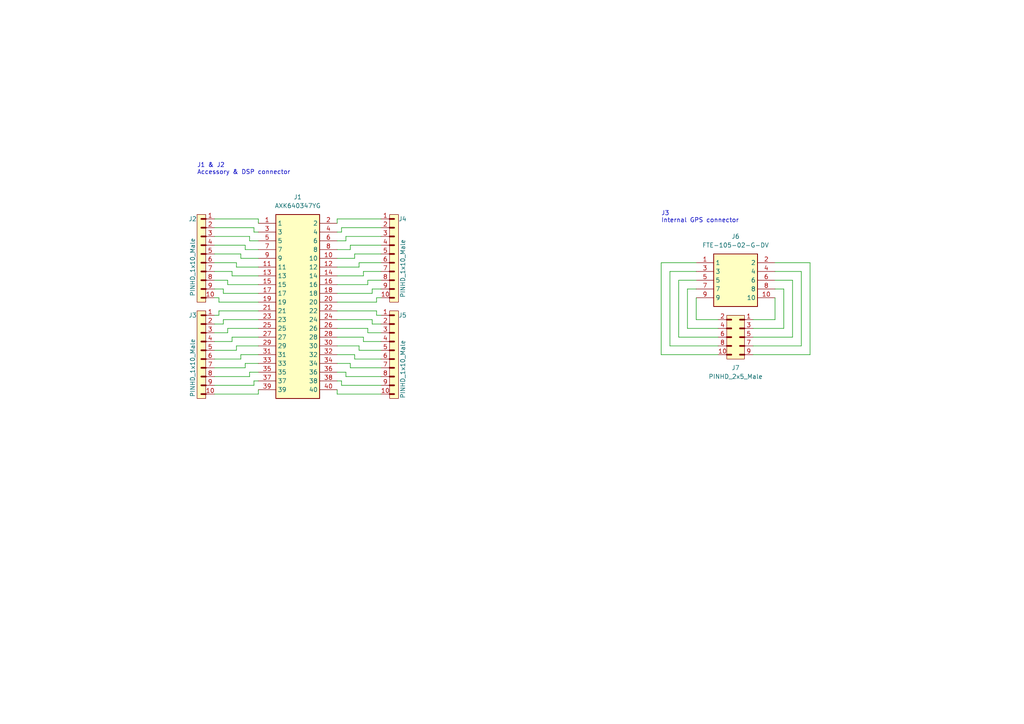
<source format=kicad_sch>
(kicad_sch (version 20230121) (generator eeschema)
  (paper "A4")
  (title_block (title "ICOM Internal connector breakouts") (date "2024-02-10") (rev "1") (company "MSF - Fred Corp."))
  (lib_symbols
    (symbol "AXK640347YG:AXK640347YG"
      (property "Reference" "J" (at 19.05 7.62 0))
      (property "Value" "AXK640347YG" (at 19.05 5.08 0))
      (symbol "AXK640347YG_1_1"
        (rectangle (start 5.08 2.54) (end 17.78 -50.8) (stroke (width 0.254)) (fill (type background)))
        (pin passive line (at 0 0 0) (length 5.08) (name "1") (number "1"))
        (pin passive line (at 22.86 -10.16 180) (length 5.08) (name "10") (number "10"))
        (pin passive line (at 0 -12.7 0) (length 5.08) (name "11") (number "11"))
        (pin passive line (at 22.86 -12.7 180) (length 5.08) (name "12") (number "12"))
        (pin passive line (at 0 -15.24 0) (length 5.08) (name "13") (number "13"))
        (pin passive line (at 22.86 -15.24 180) (length 5.08) (name "14") (number "14"))
        (pin passive line (at 0 -17.78 0) (length 5.08) (name "15") (number "15"))
        (pin passive line (at 22.86 -17.78 180) (length 5.08) (name "16") (number "16"))
        (pin passive line (at 0 -20.32 0) (length 5.08) (name "17") (number "17"))
        (pin passive line (at 22.86 -20.32 180) (length 5.08) (name "18") (number "18"))
        (pin passive line (at 0 -22.86 0) (length 5.08) (name "19") (number "19"))
        (pin passive line (at 22.86 0 180) (length 5.08) (name "2") (number "2"))
        (pin passive line (at 22.86 -22.86 180) (length 5.08) (name "20") (number "20"))
        (pin passive line (at 0 -25.4 0) (length 5.08) (name "21") (number "21"))
        (pin passive line (at 22.86 -25.4 180) (length 5.08) (name "22") (number "22"))
        (pin passive line (at 0 -27.94 0) (length 5.08) (name "23") (number "23"))
        (pin passive line (at 22.86 -27.94 180) (length 5.08) (name "24") (number "24"))
        (pin passive line (at 0 -30.48 0) (length 5.08) (name "25") (number "25"))
        (pin passive line (at 22.86 -30.48 180) (length 5.08) (name "26") (number "26"))
        (pin passive line (at 0 -33.02 0) (length 5.08) (name "27") (number "27"))
        (pin passive line (at 22.86 -33.02 180) (length 5.08) (name "28") (number "28"))
        (pin passive line (at 0 -35.56 0) (length 5.08) (name "29") (number "29"))
        (pin passive line (at 0 -2.54 0) (length 5.08) (name "3") (number "3"))
        (pin passive line (at 22.86 -35.56 180) (length 5.08) (name "30") (number "30"))
        (pin passive line (at 0 -38.1 0) (length 5.08) (name "31") (number "31"))
        (pin passive line (at 22.86 -38.1 180) (length 5.08) (name "32") (number "32"))
        (pin passive line (at 0 -40.64 0) (length 5.08) (name "33") (number "33"))
        (pin passive line (at 22.86 -40.64 180) (length 5.08) (name "34") (number "34"))
        (pin passive line (at 0 -43.18 0) (length 5.08) (name "35") (number "35"))
        (pin passive line (at 22.86 -43.18 180) (length 5.08) (name "36") (number "36"))
        (pin passive line (at 0 -45.72 0) (length 5.08) (name "37") (number "37"))
        (pin passive line (at 22.86 -45.72 180) (length 5.08) (name "38") (number "38"))
        (pin passive line (at 0 -48.26 0) (length 5.08) (name "39") (number "39"))
        (pin passive line (at 22.86 -2.54 180) (length 5.08) (name "4") (number "4"))
        (pin passive line (at 22.86 -48.26 180) (length 5.08) (name "40") (number "40"))
        (pin passive line (at 0 -5.08 0) (length 5.08) (name "5") (number "5"))
        (pin passive line (at 22.86 -5.08 180) (length 5.08) (name "6") (number "6"))
        (pin passive line (at 0 -7.62 0) (length 5.08) (name "7") (number "7"))
        (pin passive line (at 22.86 -7.62 180) (length 5.08) (name "8") (number "8"))
        (pin passive line (at 0 -10.16 0) (length 5.08) (name "9") (number "9"))
      )
    )
    (symbol "FTE-105-02-G-DV:FTE-105-02-G-DV"
      (property "Reference" "J" (at 19.05 7.62 0))
      (property "Value" "FTE-105-02-G-DV" (at 19.05 5.08 0))
      (symbol "FTE-105-02-G-DV_1_1"
        (rectangle (start 5.08 2.54) (end 17.78 -12.7) (stroke (width 0.254)) (fill (type background)))
        (pin passive line (at 0 0 0) (length 5.08) (name "1") (number "1"))
        (pin passive line (at 22.86 -10.16 180) (length 5.08) (name "10") (number "10"))
        (pin passive line (at 22.86 0 180) (length 5.08) (name "2") (number "2"))
        (pin passive line (at 0 -2.54 0) (length 5.08) (name "3") (number "3"))
        (pin passive line (at 22.86 -2.54 180) (length 5.08) (name "4") (number "4"))
        (pin passive line (at 0 -5.08 0) (length 5.08) (name "5") (number "5"))
        (pin passive line (at 22.86 -5.08 180) (length 5.08) (name "6") (number "6"))
        (pin passive line (at 0 -7.62 0) (length 5.08) (name "7") (number "7"))
        (pin passive line (at 22.86 -7.62 180) (length 5.08) (name "8") (number "8"))
        (pin passive line (at 0 -10.16 0) (length 5.08) (name "9") (number "9"))
      )
    )
    (symbol "PCM_SL_Pin_Headers:PINHD_1x10_Male"
      (property "Reference" "J" (at 0 16.51 0))
      (property "Value" "PINHD_1x10_Male" (at 0 13.97 0))
      (symbol "PINHD_1x10_Male_0_1"
        (rectangle (start -1.27 12.7) (end 1.27 -12.7) (fill (type background)))
        (polyline (pts (xy -1.27 -11.43) (xy 0 -11.43)) (stroke (width 0.3)))
        (polyline (pts (xy -1.27 -11.43) (xy 0 -11.43)) (stroke (width 0.5)))
        (polyline (pts (xy -1.27 -8.89) (xy 0 -8.89)) (stroke (width 0.3)))
        (polyline (pts (xy -1.27 -8.89) (xy 0 -8.89)) (stroke (width 0.5)))
        (polyline (pts (xy -1.27 -6.35) (xy 0 -6.35)) (stroke (width 0.3)))
        (polyline (pts (xy -1.27 -6.35) (xy 0 -6.35)) (stroke (width 0.5)))
        (polyline (pts (xy -1.27 -3.81) (xy 0 -3.81)) (stroke (width 0.3)))
        (polyline (pts (xy -1.27 -3.81) (xy 0 -3.81)) (stroke (width 0.5)))
        (polyline (pts (xy -1.27 -1.27) (xy 0 -1.27)) (stroke (width 0.3)))
        (polyline (pts (xy -1.27 -1.27) (xy 0 -1.27)) (stroke (width 0.5)))
        (polyline (pts (xy -1.27 1.27) (xy 0 1.27)) (stroke (width 0.3)))
        (polyline (pts (xy -1.27 1.27) (xy 0 1.27)) (stroke (width 0.5)))
        (polyline (pts (xy -1.27 3.81) (xy 0 3.81)) (stroke (width 0.3)))
        (polyline (pts (xy -1.27 3.81) (xy 0 3.81)) (stroke (width 0.5)))
        (polyline (pts (xy -1.27 6.35) (xy 0 6.35)) (stroke (width 0.3)))
        (polyline (pts (xy -1.27 6.35) (xy 0 6.35)) (stroke (width 0.5)))
        (polyline (pts (xy -1.27 8.89) (xy 0 8.89)) (stroke (width 0.3)))
        (polyline (pts (xy -1.27 8.89) (xy 0 8.89)) (stroke (width 0.5)))
        (polyline (pts (xy -1.27 11.43) (xy 0 11.43)) (stroke (width 0.5)))
      )
      (symbol "PINHD_1x10_Male_1_1"
        (pin passive line (at -3.81 11.43 0) (length 2.54) (name "") (number "1"))
        (pin passive line (at -3.81 -11.43 0) (length 2.54) (name "") (number "10"))
        (pin passive line (at -3.81 8.89 0) (length 2.54) (name "") (number "2"))
        (pin passive line (at -3.81 6.35 0) (length 2.54) (name "") (number "3"))
        (pin passive line (at -3.81 3.81 0) (length 2.54) (name "") (number "4"))
        (pin passive line (at -3.81 1.27 0) (length 2.54) (name "") (number "5"))
        (pin passive line (at -3.81 -1.27 0) (length 2.54) (name "") (number "6"))
        (pin passive line (at -3.81 -3.81 0) (length 2.54) (name "") (number "7"))
        (pin passive line (at -3.81 -6.35 0) (length 2.54) (name "") (number "8"))
        (pin passive line (at -3.81 -8.89 0) (length 2.54) (name "") (number "9"))
      )
    )
    (symbol "PCM_SL_Pin_Headers:PINHD_2x5_Male"
      (property "Reference" "J" (at -1.27 10.16 0))
      (property "Value" "PINHD_2x5_Male" (at -1.27 7.62 0))
      (symbol "PINHD_2x5_Male_0_1"
        (rectangle (start -2.54 6.35) (end 2.54 -6.35) (fill (type background)))
        (polyline (pts (xy -2.54 -5.08) (xy -1.27 -5.08)) (stroke (width 0.5)))
        (polyline (pts (xy -2.54 -2.54) (xy -1.27 -2.54)) (stroke (width 0.5)))
        (polyline (pts (xy -2.54 0) (xy -1.27 0)) (stroke (width 0.5)))
        (polyline (pts (xy -2.54 2.54) (xy -1.27 2.54)) (stroke (width 0.3)))
        (polyline (pts (xy -2.54 2.54) (xy -1.27 2.54)) (stroke (width 0.5)))
        (polyline (pts (xy -2.54 5.08) (xy -1.27 5.08)) (stroke (width 0.5)))
        (polyline (pts (xy 1.27 -5.08) (xy 2.54 -5.08)) (stroke (width 0.5)))
        (polyline (pts (xy 1.27 -2.54) (xy 2.54 -2.54)) (stroke (width 0.5)))
        (polyline (pts (xy 1.27 0) (xy 2.54 0)) (stroke (width 0.5)))
        (polyline (pts (xy 1.27 2.54) (xy 2.54 2.54)) (stroke (width 0.5)))
        (polyline (pts (xy 1.27 5.08) (xy 2.54 5.08)) (stroke (width 0.5)))
      )
      (symbol "PINHD_2x5_Male_1_1"
        (pin passive line (at -5.08 5.08 0) (length 2.54) (name "") (number "1"))
        (pin passive line (at 5.08 -5.08 180) (length 2.54) (name "") (number "10"))
        (pin passive line (at 5.08 5.08 180) (length 2.54) (name "") (number "2"))
        (pin passive line (at -5.08 2.54 0) (length 2.54) (name "") (number "3"))
        (pin passive line (at 5.08 2.54 180) (length 2.54) (name "") (number "4"))
        (pin passive line (at -5.08 0 0) (length 2.54) (name "") (number "5"))
        (pin passive line (at 5.08 0 180) (length 2.54) (name "") (number "6"))
        (pin passive line (at -5.08 -2.54 0) (length 2.54) (name "") (number "7"))
        (pin passive line (at 5.08 -2.54 180) (length 2.54) (name "") (number "8"))
        (pin passive line (at -5.08 -5.08 0) (length 2.54) (name "") (number "9"))
      )
    )
  )
  (wire (pts (xy 218.44 102.87) (xy 234.95 102.87)))
  (wire (pts (xy 99.06 66.04) (xy 99.06 67.31)))
  (wire (pts (xy 62.23 96.52) (xy 66.04 96.52)))
  (wire (pts (xy 64.77 85.09) (xy 74.93 85.09)))
  (wire (pts (xy 191.77 76.2) (xy 191.77 102.87)))
  (wire (pts (xy 99.06 110.49) (xy 97.79 110.49)))
  (wire (pts (xy 67.31 80.01) (xy 74.93 80.01)))
  (wire (pts (xy 106.68 82.55) (xy 97.79 82.55)))
  (wire (pts (xy 68.58 77.47) (xy 74.93 77.47)))
  (wire (pts (xy 191.77 102.87) (xy 208.28 102.87)))
  (wire (pts (xy 62.23 81.28) (xy 66.04 81.28)))
  (wire (pts (xy 62.23 104.14) (xy 69.85 104.14)))
  (wire (pts (xy 62.23 99.06) (xy 67.31 99.06)))
  (wire (pts (xy 62.23 91.44) (xy 63.5 91.44)))
  (wire (pts (xy 109.22 90.17) (xy 97.79 90.17)))
  (wire (pts (xy 71.12 105.41) (xy 74.93 105.41)))
  (wire (pts (xy 99.06 67.31) (xy 97.79 67.31)))
  (wire (pts (xy 107.95 85.09) (xy 97.79 85.09)))
  (wire (pts (xy 194.31 78.74) (xy 201.93 78.74)))
  (wire (pts (xy 199.39 83.82) (xy 199.39 95.25)))
  (wire (pts (xy 110.49 63.5) (xy 97.79 63.5)))
  (wire (pts (xy 62.23 78.74) (xy 67.31 78.74)))
  (wire (pts (xy 109.22 91.44) (xy 109.22 90.17)))
  (wire (pts (xy 224.79 76.2) (xy 234.95 76.2)))
  (wire (pts (xy 101.6 106.68) (xy 101.6 105.41)))
  (wire (pts (xy 64.77 83.82) (xy 64.77 85.09)))
  (wire (pts (xy 105.41 78.74) (xy 105.41 80.01)))
  (wire (pts (xy 201.93 92.71) (xy 208.28 92.71)))
  (wire (pts (xy 101.6 72.39) (xy 97.79 72.39)))
  (wire (pts (xy 62.23 71.12) (xy 71.12 71.12)))
  (wire (pts (xy 72.39 68.58) (xy 72.39 69.85)))
  (wire (pts (xy 102.87 74.93) (xy 97.79 74.93)))
  (wire (pts (xy 109.22 86.36) (xy 109.22 87.63)))
  (wire (pts (xy 73.66 111.76) (xy 73.66 110.49)))
  (wire (pts (xy 110.49 76.2) (xy 104.14 76.2)))
  (wire (pts (xy 72.39 69.85) (xy 74.93 69.85)))
  (wire (pts (xy 218.44 92.71) (xy 224.79 92.71)))
  (wire (pts (xy 110.49 106.68) (xy 101.6 106.68)))
  (wire (pts (xy 64.77 92.71) (xy 74.93 92.71)))
  (wire (pts (xy 232.41 100.33) (xy 232.41 78.74)))
  (wire (pts (xy 69.85 104.14) (xy 69.85 102.87)))
  (wire (pts (xy 218.44 97.79) (xy 229.87 97.79)))
  (wire (pts (xy 229.87 81.28) (xy 229.87 97.79)))
  (wire (pts (xy 73.66 110.49) (xy 74.93 110.49)))
  (wire (pts (xy 110.49 93.98) (xy 107.95 93.98)))
  (wire (pts (xy 68.58 101.6) (xy 68.58 100.33)))
  (wire (pts (xy 62.23 109.22) (xy 72.39 109.22)))
  (wire (pts (xy 110.49 99.06) (xy 105.41 99.06)))
  (wire (pts (xy 62.23 73.66) (xy 69.85 73.66)))
  (wire (pts (xy 63.5 91.44) (xy 63.5 90.17)))
  (wire (pts (xy 72.39 107.95) (xy 74.93 107.95)))
  (wire (pts (xy 109.22 87.63) (xy 97.79 87.63)))
  (wire (pts (xy 100.33 109.22) (xy 100.33 107.95)))
  (wire (pts (xy 106.68 81.28) (xy 106.68 82.55)))
  (wire (pts (xy 101.6 105.41) (xy 97.79 105.41)))
  (wire (pts (xy 107.95 83.82) (xy 107.95 85.09)))
  (wire (pts (xy 97.79 63.5) (xy 97.79 64.77)))
  (wire (pts (xy 232.41 78.74) (xy 224.79 78.74)))
  (wire (pts (xy 71.12 72.39) (xy 74.93 72.39)))
  (wire (pts (xy 101.6 71.12) (xy 101.6 72.39)))
  (wire (pts (xy 218.44 95.25) (xy 227.33 95.25)))
  (wire (pts (xy 107.95 92.71) (xy 97.79 92.71)))
  (wire (pts (xy 62.23 101.6) (xy 68.58 101.6)))
  (wire (pts (xy 67.31 99.06) (xy 67.31 97.79)))
  (wire (pts (xy 100.33 69.85) (xy 97.79 69.85)))
  (wire (pts (xy 71.12 71.12) (xy 71.12 72.39)))
  (wire (pts (xy 102.87 104.14) (xy 102.87 102.87)))
  (wire (pts (xy 227.33 95.25) (xy 227.33 83.82)))
  (wire (pts (xy 71.12 106.68) (xy 71.12 105.41)))
  (wire (pts (xy 110.49 81.28) (xy 106.68 81.28)))
  (wire (pts (xy 104.14 101.6) (xy 104.14 100.33)))
  (wire (pts (xy 191.77 76.2) (xy 201.93 76.2)))
  (wire (pts (xy 110.49 86.36) (xy 109.22 86.36)))
  (wire (pts (xy 62.23 68.58) (xy 72.39 68.58)))
  (wire (pts (xy 110.49 104.14) (xy 102.87 104.14)))
  (wire (pts (xy 67.31 78.74) (xy 67.31 80.01)))
  (wire (pts (xy 105.41 80.01) (xy 97.79 80.01)))
  (wire (pts (xy 104.14 76.2) (xy 104.14 77.47)))
  (wire (pts (xy 102.87 102.87) (xy 97.79 102.87)))
  (wire (pts (xy 106.68 95.25) (xy 97.79 95.25)))
  (wire (pts (xy 199.39 83.82) (xy 201.93 83.82)))
  (wire (pts (xy 69.85 73.66) (xy 69.85 74.93)))
  (wire (pts (xy 100.33 107.95) (xy 97.79 107.95)))
  (wire (pts (xy 68.58 76.2) (xy 68.58 77.47)))
  (wire (pts (xy 110.49 71.12) (xy 101.6 71.12)))
  (wire (pts (xy 62.23 114.3) (xy 74.93 114.3)))
  (wire (pts (xy 72.39 109.22) (xy 72.39 107.95)))
  (wire (pts (xy 196.85 97.79) (xy 208.28 97.79)))
  (wire (pts (xy 63.5 90.17) (xy 74.93 90.17)))
  (wire (pts (xy 62.23 76.2) (xy 68.58 76.2)))
  (wire (pts (xy 74.93 114.3) (xy 74.93 113.03)))
  (wire (pts (xy 74.93 63.5) (xy 74.93 64.77)))
  (wire (pts (xy 110.49 114.3) (xy 97.79 114.3)))
  (wire (pts (xy 67.31 97.79) (xy 74.93 97.79)))
  (wire (pts (xy 234.95 76.2) (xy 234.95 102.87)))
  (wire (pts (xy 110.49 109.22) (xy 100.33 109.22)))
  (wire (pts (xy 218.44 100.33) (xy 232.41 100.33)))
  (wire (pts (xy 62.23 86.36) (xy 63.5 86.36)))
  (wire (pts (xy 62.23 111.76) (xy 73.66 111.76)))
  (wire (pts (xy 107.95 93.98) (xy 107.95 92.71)))
  (wire (pts (xy 66.04 81.28) (xy 66.04 82.55)))
  (wire (pts (xy 196.85 81.28) (xy 196.85 97.79)))
  (wire (pts (xy 194.31 100.33) (xy 208.28 100.33)))
  (wire (pts (xy 66.04 96.52) (xy 66.04 95.25)))
  (wire (pts (xy 105.41 99.06) (xy 105.41 97.79)))
  (wire (pts (xy 196.85 81.28) (xy 201.93 81.28)))
  (wire (pts (xy 73.66 67.31) (xy 74.93 67.31)))
  (wire (pts (xy 68.58 100.33) (xy 74.93 100.33)))
  (wire (pts (xy 73.66 66.04) (xy 73.66 67.31)))
  (wire (pts (xy 100.33 68.58) (xy 100.33 69.85)))
  (wire (pts (xy 62.23 93.98) (xy 64.77 93.98)))
  (wire (pts (xy 104.14 100.33) (xy 97.79 100.33)))
  (wire (pts (xy 110.49 96.52) (xy 106.68 96.52)))
  (wire (pts (xy 64.77 93.98) (xy 64.77 92.71)))
  (wire (pts (xy 110.49 111.76) (xy 99.06 111.76)))
  (wire (pts (xy 66.04 95.25) (xy 74.93 95.25)))
  (wire (pts (xy 104.14 77.47) (xy 97.79 77.47)))
  (wire (pts (xy 62.23 66.04) (xy 73.66 66.04)))
  (wire (pts (xy 224.79 81.28) (xy 229.87 81.28)))
  (wire (pts (xy 69.85 74.93) (xy 74.93 74.93)))
  (wire (pts (xy 102.87 73.66) (xy 102.87 74.93)))
  (wire (pts (xy 199.39 95.25) (xy 208.28 95.25)))
  (wire (pts (xy 194.31 100.33) (xy 194.31 78.74)))
  (wire (pts (xy 63.5 87.63) (xy 74.93 87.63)))
  (wire (pts (xy 227.33 83.82) (xy 224.79 83.82)))
  (wire (pts (xy 69.85 102.87) (xy 74.93 102.87)))
  (wire (pts (xy 110.49 73.66) (xy 102.87 73.66)))
  (wire (pts (xy 110.49 78.74) (xy 105.41 78.74)))
  (wire (pts (xy 224.79 92.71) (xy 224.79 86.36)))
  (wire (pts (xy 106.68 96.52) (xy 106.68 95.25)))
  (wire (pts (xy 110.49 83.82) (xy 107.95 83.82)))
  (wire (pts (xy 201.93 86.36) (xy 201.93 92.71)))
  (wire (pts (xy 110.49 66.04) (xy 99.06 66.04)))
  (wire (pts (xy 62.23 63.5) (xy 74.93 63.5)))
  (wire (pts (xy 110.49 101.6) (xy 104.14 101.6)))
  (wire (pts (xy 66.04 82.55) (xy 74.93 82.55)))
  (wire (pts (xy 110.49 91.44) (xy 109.22 91.44)))
  (wire (pts (xy 62.23 106.68) (xy 71.12 106.68)))
  (wire (pts (xy 62.23 83.82) (xy 64.77 83.82)))
  (wire (pts (xy 63.5 86.36) (xy 63.5 87.63)))
  (wire (pts (xy 105.41 97.79) (xy 97.79 97.79)))
  (wire (pts (xy 97.79 114.3) (xy 97.79 113.03)))
  (wire (pts (xy 99.06 111.76) (xy 99.06 110.49)))
  (wire (pts (xy 110.49 68.58) (xy 100.33 68.58)))
  (text "J1 & J2\nAccessory & DSP connector" (at 57.15 50.8 0) (effects (font (size 1.27 1.27)) (justify left bottom)))
  (text "J3\nInternal GPS connector" (at 191.77 64.77 0) (effects (font (size 1.27 1.27)) (justify left bottom)))
  (symbol (lib_id "PCM_SL_Pin_Headers:PINHD_2x5_Male") (at 213.36 97.79 0) (mirror y) (unit 1)
    (property "Reference" "J7" (at 213.36 106.68 0))
    (property "Value" "PINHD_2x5_Male" (at 213.36 109.22 0))
    (property "Footprint" "Connector_PinHeader_2.54mm:PinHeader_2x05_P2.54mm_Vertical" (effects hide))
  )
  (symbol (lib_id "PCM_SL_Pin_Headers:PINHD_1x10_Male") (at 114.3 74.93 0) (unit 1)
    (property "Reference" "J4" (at 115.57 63.5 0) (effects (justify left)))
    (property "Value" "PINHD_1x10_Male" (at 116.84 86.36 90) (effects (justify left)))
    (property "Footprint" "Connector_PinHeader_2.54mm:PinHeader_1x10_P2.54mm_Vertical" (effects hide))
  )
  (symbol (lib_id "FTE-105-02-G-DV:FTE-105-02-G-DV") (at 201.93 76.2 0) (unit 1)
    (property "Reference" "J6" (at 213.36 68.58 0))
    (property "Value" "FTE-105-02-G-DV" (at 213.36 71.12 0))
    (property "Footprint" "FTE-105-02-G-DV:FTE-105-XX-G-DV" (effects hide))
    (property "Datasheet" "https://componentsearchengine.com/Datasheets/1/FTE-105-02-G-DV.pdf" (effects hide))
    (property "Mouser Part Number" "200-FTE10502GDV" (effects hide))
    (property "Mouser Price/Stock" "https://www.mouser.com/Search/Refine.aspx?Keyword=200-FTE10502GDV" (effects hide))
    (property "Manufacturer_Name" "SAMTEC" (effects hide))
    (property "Manufacturer_Part_Number" "FTE-105-02-G-DV" (effects hide))
  )
  (symbol (lib_id "AXK640347YG:AXK640347YG") (at 74.93 64.77 0) (unit 1)
    (property "Reference" "J1" (at 86.36 57.15 0))
    (property "Value" "AXK640347YG" (at 86.36 59.69 0))
    (property "Footprint" "AXK640347YG:AXK640347YG" (effects hide))
    (property "Datasheet" "https://componentsearchengine.com/Datasheets/1/AXK640347YG.pdf" (effects hide))
    (property "Height" "2.6" (effects hide))
    (property "Mouser Part Number" "769-AXK640347YG" (effects hide))
    (property "Mouser Price/Stock" "https://www.mouser.com/Search/Refine.aspx?Keyword=769-AXK640347YG" (effects hide))
    (property "Manufacturer_Name" "Panasonic" (effects hide))
    (property "Manufacturer_Part_Number" "AXK640347YG" (effects hide))
  )
  (symbol (lib_id "PCM_SL_Pin_Headers:PINHD_1x10_Male") (at 58.42 74.93 0) (mirror y) (unit 1)
    (property "Reference" "J2" (at 55.88 63.5 0))
    (property "Value" "PINHD_1x10_Male" (at 55.88 77.47 90))
    (property "Footprint" "Connector_PinHeader_2.54mm:PinHeader_1x10_P2.54mm_Vertical" (effects hide))
  )
  (symbol (lib_id "PCM_SL_Pin_Headers:PINHD_1x10_Male") (at 58.42 102.87 0) (mirror y) (unit 1)
    (property "Reference" "J3" (at 55.88 91.44 0))
    (property "Value" "PINHD_1x10_Male" (at 55.88 106.68 90))
    (property "Footprint" "Connector_PinHeader_2.54mm:PinHeader_1x10_P2.54mm_Vertical" (effects hide))
  )
  (symbol (lib_id "PCM_SL_Pin_Headers:PINHD_1x10_Male") (at 114.3 102.87 0) (unit 1)
    (property "Reference" "J5" (at 115.57 91.44 0) (effects (justify left)))
    (property "Value" "PINHD_1x10_Male" (at 116.84 115.57 90) (effects (justify left)))
    (property "Footprint" "Connector_PinHeader_2.54mm:PinHeader_1x10_P2.54mm_Vertical" (effects hide))
  )
)
</source>
